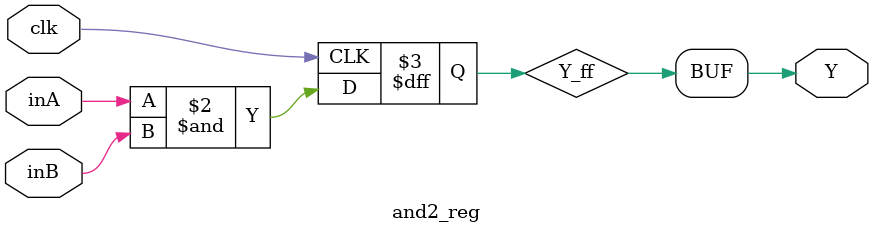
<source format=v>

module and2_reg (

	clk, inA, inB, Y

);

input clk;
input wire inA;
input wire inB;

output wire Y;

reg Y_ff;

assign Y = Y_ff;


always @(posedge clk) begin

	Y_ff <= inA & inB;


end


endmodule	




</source>
